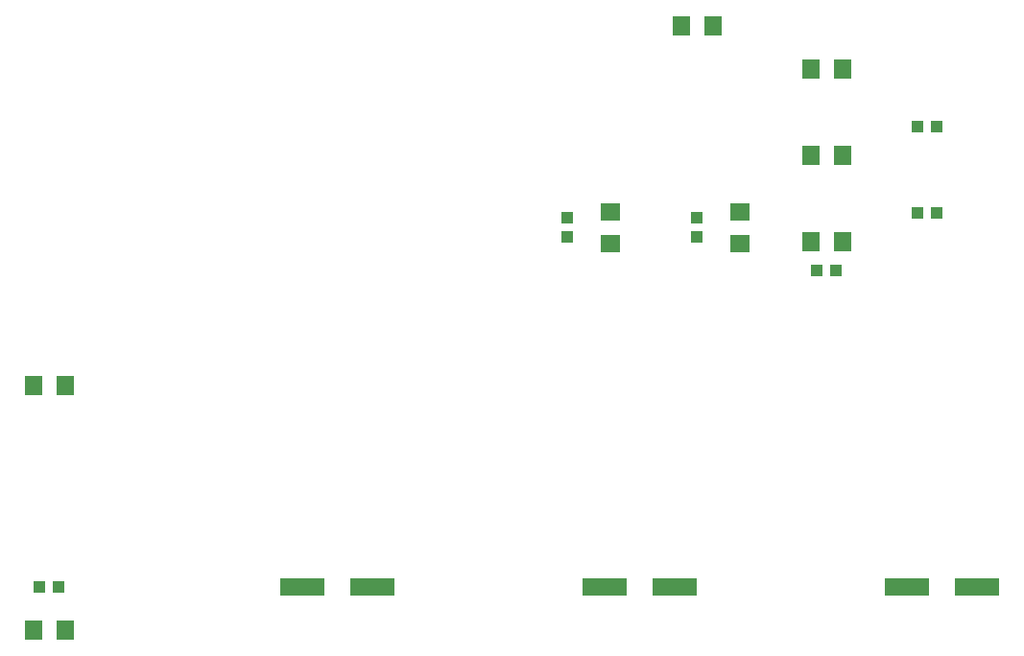
<source format=gbr>
G04 EAGLE Gerber RS-274X export*
G75*
%MOMM*%
%FSLAX34Y34*%
%LPD*%
%INSolderpaste Top*%
%IPPOS*%
%AMOC8*
5,1,8,0,0,1.08239X$1,22.5*%
G01*
%ADD10R,1.600000X1.800000*%
%ADD11R,1.800000X1.600000*%
%ADD12R,4.000000X1.600000*%
%ADD13R,1.100000X1.000000*%
%ADD14R,1.000000X1.100000*%


D10*
X49500Y114300D03*
X77500Y114300D03*
X49500Y330200D03*
X77500Y330200D03*
D11*
X673100Y483900D03*
X673100Y455900D03*
D10*
X621000Y647700D03*
X649000Y647700D03*
D12*
X881900Y152400D03*
X819900Y152400D03*
X615200Y152400D03*
X553200Y152400D03*
X348500Y152400D03*
X286500Y152400D03*
D13*
X55000Y152400D03*
X72000Y152400D03*
D14*
X635000Y478400D03*
X635000Y461400D03*
X520700Y478400D03*
X520700Y461400D03*
D11*
X558800Y483900D03*
X558800Y455900D03*
D13*
X829700Y558800D03*
X846700Y558800D03*
D10*
X735300Y609600D03*
X763300Y609600D03*
D13*
X829700Y482600D03*
X846700Y482600D03*
D10*
X735300Y533400D03*
X763300Y533400D03*
D13*
X740800Y431800D03*
X757800Y431800D03*
D10*
X735300Y457200D03*
X763300Y457200D03*
M02*

</source>
